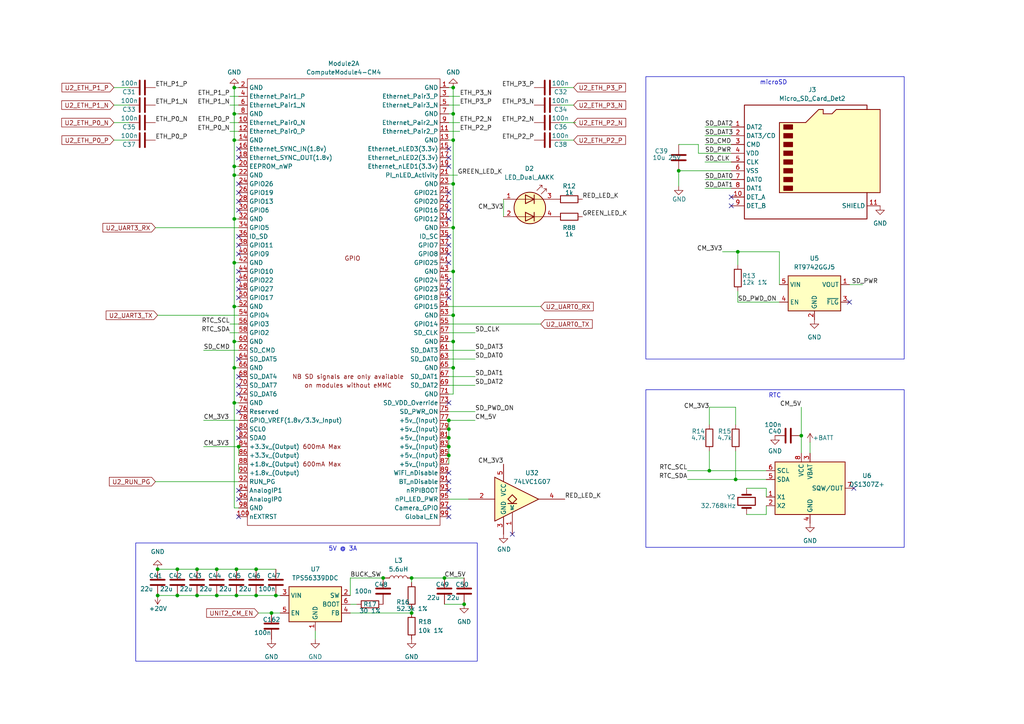
<source format=kicad_sch>
(kicad_sch (version 20231120) (generator "eeschema") (generator_version "8.0")
  (paper "A4")
  (junction (at 51.435 172.72))
  (junction (at 62.865 172.72))
  (junction (at 130.175 129.54))
  (junction (at 67.945 106.68))
  (junction (at 80.01 172.72))
  (junction (at 131.445 25.4))
  (junction (at 205.74 136.525))
  (junction (at 57.15 165.1))
  (junction (at 232.41 126.365))
  (junction (at 67.945 40.64))
  (junction (at 67.945 76.2))
  (junction (at 213.995 73.025))
  (junction (at 74.295 165.1))
  (junction (at 213.36 139.065))
  (junction (at 131.445 40.64))
  (junction (at 69.215 129.54))
  (junction (at 67.945 48.26))
  (junction (at 130.175 121.92))
  (junction (at 131.445 33.02))
  (junction (at 67.945 63.5))
  (junction (at 196.85 49.53))
  (junction (at 67.945 88.9))
  (junction (at 130.175 132.08))
  (junction (at 134.62 175.26))
  (junction (at 130.175 127))
  (junction (at 74.295 172.72))
  (junction (at 131.445 53.34))
  (junction (at 131.445 78.74))
  (junction (at 68.58 172.72))
  (junction (at 111.125 167.64))
  (junction (at 78.74 177.8))
  (junction (at 128.905 167.64))
  (junction (at 119.38 177.8))
  (junction (at 68.58 165.1))
  (junction (at 131.445 99.06))
  (junction (at 67.945 33.02))
  (junction (at 45.72 172.72))
  (junction (at 131.445 91.44))
  (junction (at 131.445 66.04))
  (junction (at 130.175 124.46))
  (junction (at 67.945 50.8))
  (junction (at 62.865 165.1))
  (junction (at 67.945 25.4))
  (junction (at 131.445 106.68))
  (junction (at 51.435 165.1))
  (junction (at 67.945 116.84))
  (junction (at 67.945 99.06))
  (junction (at 119.38 167.64))
  (junction (at 57.15 172.72))
  (junction (at 45.72 165.1))
  (no_connect (at 69.215 55.88))
  (no_connect (at 130.175 116.84))
  (no_connect (at 130.175 137.16))
  (no_connect (at 69.215 149.86))
  (no_connect (at 246.38 87.63))
  (no_connect (at 69.215 109.22))
  (no_connect (at 69.215 43.18))
  (no_connect (at 130.175 60.96))
  (no_connect (at 69.215 114.3))
  (no_connect (at 69.215 81.28))
  (no_connect (at 148.59 154.94))
  (no_connect (at 130.175 149.86))
  (no_connect (at 130.175 63.5))
  (no_connect (at 69.215 144.78))
  (no_connect (at 130.175 48.26))
  (no_connect (at 69.215 58.42))
  (no_connect (at 69.215 60.96))
  (no_connect (at 69.215 124.46))
  (no_connect (at 130.175 142.24))
  (no_connect (at 69.215 111.76))
  (no_connect (at 69.215 83.82))
  (no_connect (at 130.175 83.82))
  (no_connect (at 69.215 86.36))
  (no_connect (at 69.215 45.72))
  (no_connect (at 130.175 147.32))
  (no_connect (at 130.175 76.2))
  (no_connect (at 212.09 59.69))
  (no_connect (at 69.215 73.66))
  (no_connect (at 130.175 43.18))
  (no_connect (at 69.215 119.38))
  (no_connect (at 69.215 68.58))
  (no_connect (at 130.175 73.66))
  (no_connect (at 130.175 68.58))
  (no_connect (at 130.175 139.7))
  (no_connect (at 69.215 71.12))
  (no_connect (at 130.175 71.12))
  (no_connect (at 69.215 78.74))
  (no_connect (at 130.175 55.88))
  (no_connect (at 69.215 142.24))
  (no_connect (at 69.215 104.14))
  (no_connect (at 130.175 58.42))
  (no_connect (at 69.215 127))
  (no_connect (at 130.175 45.72))
  (no_connect (at 212.09 57.15))
  (no_connect (at 130.175 81.28))
  (no_connect (at 69.215 53.34))
  (no_connect (at 247.65 141.605))
  (no_connect (at 130.175 86.36))
  (wire (pts (xy 67.945 33.02) (xy 69.215 33.02)))
  (wire (pts (xy 67.945 48.26) (xy 69.215 48.26)))
  (wire (pts (xy 213.36 139.065) (xy 222.25 139.065)))
  (wire (pts (xy 130.175 129.54) (xy 130.175 132.08)))
  (wire (pts (xy 162.56 30.48) (xy 166.37 30.48)))
  (wire (pts (xy 66.675 27.94) (xy 69.215 27.94)))
  (wire (pts (xy 51.435 172.72) (xy 57.15 172.72)))
  (wire (pts (xy 130.175 114.3) (xy 131.445 114.3)))
  (wire (pts (xy 33.02 40.64) (xy 37.465 40.64)))
  (wire (pts (xy 67.945 88.9) (xy 67.945 99.06)))
  (wire (pts (xy 130.175 121.92) (xy 130.175 124.46)))
  (wire (pts (xy 131.445 25.4) (xy 130.175 25.4)))
  (wire (pts (xy 130.175 106.68) (xy 131.445 106.68)))
  (wire (pts (xy 232.41 126.365) (xy 232.41 131.445)))
  (wire (pts (xy 204.47 46.99) (xy 212.09 46.99)))
  (wire (pts (xy 67.945 63.5) (xy 69.215 63.5)))
  (wire (pts (xy 131.445 99.06) (xy 131.445 91.44)))
  (wire (pts (xy 67.945 116.84) (xy 69.215 116.84)))
  (wire (pts (xy 137.795 111.76) (xy 130.175 111.76)))
  (wire (pts (xy 232.41 118.11) (xy 232.41 126.365)))
  (wire (pts (xy 137.795 101.6) (xy 130.175 101.6)))
  (wire (pts (xy 67.945 99.06) (xy 69.215 99.06)))
  (wire (pts (xy 67.945 116.84) (xy 67.945 147.32)))
  (wire (pts (xy 131.445 40.64) (xy 131.445 33.02)))
  (wire (pts (xy 62.865 172.72) (xy 68.58 172.72)))
  (wire (pts (xy 67.945 40.64) (xy 67.945 48.26)))
  (wire (pts (xy 67.945 106.68) (xy 69.215 106.68)))
  (wire (pts (xy 91.44 185.42) (xy 91.44 182.88)))
  (wire (pts (xy 68.58 172.72) (xy 74.295 172.72)))
  (wire (pts (xy 130.175 124.46) (xy 130.175 127)))
  (wire (pts (xy 213.36 118.11) (xy 213.36 123.19)))
  (wire (pts (xy 130.175 88.9) (xy 156.845 88.9)))
  (wire (pts (xy 130.175 127) (xy 130.175 129.54)))
  (wire (pts (xy 62.865 165.1) (xy 68.58 165.1)))
  (wire (pts (xy 137.795 96.52) (xy 130.175 96.52)))
  (wire (pts (xy 202.565 41.91) (xy 202.565 44.45)))
  (wire (pts (xy 45.085 139.7) (xy 69.215 139.7)))
  (wire (pts (xy 66.675 96.52) (xy 69.215 96.52)))
  (wire (pts (xy 74.295 172.72) (xy 80.01 172.72)))
  (wire (pts (xy 130.175 33.02) (xy 131.445 33.02)))
  (wire (pts (xy 130.175 38.1) (xy 133.35 38.1)))
  (wire (pts (xy 66.675 38.1) (xy 69.215 38.1)))
  (wire (pts (xy 130.175 50.8) (xy 132.715 50.8)))
  (wire (pts (xy 213.995 73.025) (xy 213.995 76.835)))
  (wire (pts (xy 45.72 165.1) (xy 51.435 165.1)))
  (wire (pts (xy 209.55 73.025) (xy 213.995 73.025)))
  (wire (pts (xy 202.565 44.45) (xy 212.09 44.45)))
  (wire (pts (xy 68.58 165.1) (xy 74.295 165.1)))
  (wire (pts (xy 234.95 128.27) (xy 234.95 131.445)))
  (wire (pts (xy 119.38 168.91) (xy 119.38 167.64)))
  (wire (pts (xy 130.175 93.98) (xy 156.845 93.98)))
  (wire (pts (xy 162.56 25.4) (xy 166.37 25.4)))
  (wire (pts (xy 101.6 167.64) (xy 111.125 167.64)))
  (wire (pts (xy 130.175 66.04) (xy 131.445 66.04)))
  (wire (pts (xy 33.02 25.4) (xy 37.465 25.4)))
  (wire (pts (xy 130.175 35.56) (xy 133.35 35.56)))
  (wire (pts (xy 78.74 177.8) (xy 81.28 177.8)))
  (wire (pts (xy 162.56 40.64) (xy 166.37 40.64)))
  (wire (pts (xy 59.055 121.92) (xy 69.215 121.92)))
  (wire (pts (xy 196.85 41.91) (xy 202.565 41.91)))
  (wire (pts (xy 33.02 30.48) (xy 37.465 30.48)))
  (wire (pts (xy 131.445 114.3) (xy 131.445 106.68)))
  (wire (pts (xy 128.905 175.26) (xy 134.62 175.26)))
  (wire (pts (xy 199.39 136.525) (xy 205.74 136.525)))
  (wire (pts (xy 67.945 99.06) (xy 67.945 106.68)))
  (wire (pts (xy 205.74 130.81) (xy 205.74 136.525)))
  (wire (pts (xy 111.125 167.64) (xy 111.76 167.64)))
  (wire (pts (xy 69.215 25.4) (xy 67.945 25.4)))
  (wire (pts (xy 101.6 167.64) (xy 101.6 172.72)))
  (wire (pts (xy 213.995 73.025) (xy 226.06 73.025)))
  (wire (pts (xy 67.945 106.68) (xy 67.945 116.84)))
  (wire (pts (xy 131.445 106.68) (xy 131.445 99.06)))
  (wire (pts (xy 67.945 48.26) (xy 67.945 50.8)))
  (wire (pts (xy 45.085 66.04) (xy 69.215 66.04)))
  (wire (pts (xy 131.445 53.34) (xy 131.445 40.64)))
  (wire (pts (xy 204.47 54.61) (xy 212.09 54.61)))
  (wire (pts (xy 137.795 109.22) (xy 130.175 109.22)))
  (wire (pts (xy 130.175 78.74) (xy 131.445 78.74)))
  (wire (pts (xy 119.38 167.64) (xy 128.905 167.64)))
  (wire (pts (xy 130.175 27.94) (xy 133.35 27.94)))
  (wire (pts (xy 67.945 50.8) (xy 67.945 63.5)))
  (wire (pts (xy 67.945 76.2) (xy 69.215 76.2)))
  (wire (pts (xy 130.175 132.08) (xy 130.175 134.62)))
  (wire (pts (xy 67.945 25.4) (xy 67.945 33.02)))
  (wire (pts (xy 57.15 172.72) (xy 62.865 172.72)))
  (wire (pts (xy 67.945 63.5) (xy 67.945 76.2)))
  (wire (pts (xy 131.445 91.44) (xy 131.445 78.74)))
  (wire (pts (xy 69.215 88.9) (xy 67.945 88.9)))
  (wire (pts (xy 226.06 73.025) (xy 226.06 82.55)))
  (wire (pts (xy 146.05 57.785) (xy 146.05 62.865)))
  (wire (pts (xy 204.47 36.83) (xy 212.09 36.83)))
  (wire (pts (xy 67.945 33.02) (xy 67.945 40.64)))
  (wire (pts (xy 204.47 52.07) (xy 212.09 52.07)))
  (wire (pts (xy 137.795 104.14) (xy 130.175 104.14)))
  (wire (pts (xy 80.01 172.72) (xy 81.28 172.72)))
  (wire (pts (xy 119.38 177.8) (xy 119.38 176.53)))
  (wire (pts (xy 103.505 175.26) (xy 101.6 175.26)))
  (wire (pts (xy 45.72 91.44) (xy 69.215 91.44)))
  (wire (pts (xy 213.36 130.81) (xy 213.36 139.065)))
  (wire (pts (xy 205.74 118.11) (xy 213.36 118.11)))
  (wire (pts (xy 130.175 40.64) (xy 131.445 40.64)))
  (wire (pts (xy 130.175 30.48) (xy 133.35 30.48)))
  (wire (pts (xy 196.85 49.53) (xy 212.09 49.53)))
  (wire (pts (xy 204.47 41.91) (xy 212.09 41.91)))
  (wire (pts (xy 222.25 149.225) (xy 216.535 149.225)))
  (wire (pts (xy 205.74 136.525) (xy 222.25 136.525)))
  (wire (pts (xy 69.215 40.64) (xy 67.945 40.64)))
  (wire (pts (xy 130.175 121.92) (xy 137.795 121.92)))
  (wire (pts (xy 196.85 53.975) (xy 196.85 49.53)))
  (wire (pts (xy 204.47 39.37) (xy 212.09 39.37)))
  (wire (pts (xy 45.72 172.72) (xy 51.435 172.72)))
  (wire (pts (xy 213.995 84.455) (xy 213.995 87.63)))
  (wire (pts (xy 131.445 66.04) (xy 131.445 53.34)))
  (wire (pts (xy 216.535 141.605) (xy 222.25 141.605)))
  (wire (pts (xy 130.175 144.78) (xy 135.89 144.78)))
  (wire (pts (xy 101.6 177.8) (xy 119.38 177.8)))
  (wire (pts (xy 130.175 53.34) (xy 131.445 53.34)))
  (wire (pts (xy 67.945 76.2) (xy 67.945 88.9)))
  (wire (pts (xy 51.435 165.1) (xy 57.15 165.1)))
  (wire (pts (xy 69.215 134.62) (xy 69.215 137.16)))
  (wire (pts (xy 130.175 99.06) (xy 131.445 99.06)))
  (wire (pts (xy 74.295 165.1) (xy 80.01 165.1)))
  (wire (pts (xy 213.995 87.63) (xy 226.06 87.63)))
  (wire (pts (xy 59.055 101.6) (xy 69.215 101.6)))
  (wire (pts (xy 199.39 139.065) (xy 213.36 139.065)))
  (wire (pts (xy 128.905 167.64) (xy 134.62 167.64)))
  (wire (pts (xy 137.795 119.38) (xy 130.175 119.38)))
  (wire (pts (xy 33.02 35.56) (xy 37.465 35.56)))
  (wire (pts (xy 74.93 177.8) (xy 78.74 177.8)))
  (wire (pts (xy 59.055 129.54) (xy 69.215 129.54)))
  (wire (pts (xy 69.215 129.54) (xy 69.215 132.08)))
  (wire (pts (xy 67.945 147.32) (xy 69.215 147.32)))
  (wire (pts (xy 66.675 30.48) (xy 69.215 30.48)))
  (wire (pts (xy 66.675 93.98) (xy 69.215 93.98)))
  (wire (pts (xy 205.74 123.19) (xy 205.74 118.11)))
  (wire (pts (xy 57.15 165.1) (xy 62.865 165.1)))
  (wire (pts (xy 66.675 35.56) (xy 69.215 35.56)))
  (wire (pts (xy 130.175 91.44) (xy 131.445 91.44)))
  (wire (pts (xy 162.56 35.56) (xy 167.005 35.56)))
  (wire (pts (xy 222.25 141.605) (xy 222.25 144.145)))
  (wire (pts (xy 131.445 33.02) (xy 131.445 25.4)))
  (wire (pts (xy 131.445 78.74) (xy 131.445 66.04)))
  (wire (pts (xy 246.38 82.55) (xy 250.19 82.55)))
  (wire (pts (xy 67.945 50.8) (xy 69.215 50.8)))
  (wire (pts (xy 222.25 146.685) (xy 222.25 149.225)))
  (rectangle (start 39.37 157.48) (end 138.43 191.77))
  (rectangle (start 187.325 22.225) (end 262.255 104.14))
  (rectangle (start 187.325 113.03) (end 262.255 158.75))
  (text "microSD" (at 220.345 24.765 0) (effects (font (size 1.27 1.27)) (justify left bottom)))
  (text "5V @ 3A " (at 95.25 160.02 0) (effects (font (size 1.27 1.27)) (justify left bottom)))
  (text "RTC" (at 222.885 115.57 0) (effects (font (size 1.27 1.27)) (justify left bottom)))
  (label "ETH_P3_N" (at 154.94 30.48 180))
  (label "CM_5V" (at 137.795 121.92 0))
  (label "SD_CLK" (at 137.795 96.52 0))
  (label "SD_PWD_ON" (at 137.795 119.38 0))
  (label "SD_CMD" (at 204.47 41.91 0))
  (label "ETH_P0_N" (at 66.675 38.1 180))
  (label "ETH_P2_N" (at 154.94 35.56 180))
  (label "ETH_P0_P" (at 66.675 35.56 180))
  (label "CM_3V3" (at 205.74 118.745 180))
  (label "BUCK_SW" (at 101.6 167.64 0))
  (label "ETH_P3_P" (at 154.94 25.4 180))
  (label "ETH_P0_N" (at 45.085 35.56 0))
  (label "CM_3V3" (at 59.055 121.92 0))
  (label "ETH_P2_N" (at 133.35 35.56 0))
  (label "SD_PWR" (at 204.47 44.45 0))
  (label "RED_LED_K" (at 168.91 57.785 0))
  (label "RTC_SDA" (at 199.39 139.065 180))
  (label "RTC_SCL" (at 66.675 93.98 180))
  (label "ETH_P2_P" (at 154.94 40.64 180))
  (label "ETH_P1_P" (at 45.085 25.4 0))
  (label "SD_DAT1" (at 137.795 109.22 0))
  (label "ETH_P3_N" (at 133.35 27.94 0))
  (label "CM_5V" (at 232.41 118.11 180))
  (label "SD_PWR" (at 247.015 82.55 0))
  (label "SD_DAT2" (at 137.795 111.76 0))
  (label "SD_DAT3" (at 204.47 39.37 0))
  (label "SD_CMD" (at 59.055 101.6 0))
  (label "SD_DAT1" (at 204.47 54.61 0))
  (label "GREEN_LED_K" (at 132.715 50.8 0))
  (label "SD_PWD_ON" (at 213.995 87.63 0))
  (label "ETH_P2_P" (at 133.35 38.1 0))
  (label "SD_CLK" (at 204.47 46.99 0))
  (label "CM_5V" (at 128.905 167.64 0))
  (label "RTC_SCL" (at 199.39 136.525 180))
  (label "RED_LED_K" (at 163.83 144.78 0))
  (label "ETH_P1_N" (at 66.675 30.48 180))
  (label "SD_DAT3" (at 137.795 101.6 0))
  (label "CM_3V3" (at 146.05 60.96 180))
  (label "GREEN_LED_K" (at 168.91 62.865 0))
  (label "SD_DAT0" (at 137.795 104.14 0))
  (label "ETH_P3_P" (at 133.35 30.48 0))
  (label "CM_3V3" (at 146.05 134.62 180))
  (label "CM_3V3" (at 59.055 129.54 0))
  (label "SD_DAT2" (at 204.47 36.83 0))
  (label "CM_3V3" (at 209.55 73.025 180))
  (label "ETH_P0_P" (at 45.085 40.64 0))
  (label "ETH_P1_P" (at 66.675 27.94 180))
  (label "SD_DAT0" (at 204.47 52.07 0))
  (label "ETH_P1_N" (at 45.085 30.48 0))
  (label "RTC_SDA" (at 66.675 96.52 180))
  (global_label "U2_ETH_P1_P" (shape input) (at 33.02 25.4 180) (property "Intersheetrefs" "${INTERSHEET_REFS}" (effects (hide yes))))
  (global_label "U2_ETH_P2_N" (shape input) (at 166.37 35.56 0) (property "Intersheetrefs" "${INTERSHEET_REFS}" (effects (hide yes))))
  (global_label "U2_ETH_P1_N" (shape input) (at 33.02 30.48 180) (property "Intersheetrefs" "${INTERSHEET_REFS}" (effects (hide yes))))
  (global_label "U2_ETH_P0_N" (shape input) (at 33.02 35.56 180) (property "Intersheetrefs" "${INTERSHEET_REFS}" (effects (hide yes))))
  (global_label "U2_UART3_TX" (shape input) (at 45.72 91.44 180) (property "Intersheetrefs" "${INTERSHEET_REFS}" (effects (hide yes))))
  (global_label "U2_UART0_TX" (shape input) (at 156.845 93.98 0) (property "Intersheetrefs" "${INTERSHEET_REFS}" (effects (hide yes))))
  (global_label "UNIT2_CM_EN" (shape input) (at 74.93 177.8 180) (property "Intersheetrefs" "${INTERSHEET_REFS}" (effects (hide yes))))
  (global_label "U2_UART0_RX" (shape input) (at 156.845 88.9 0) (property "Intersheetrefs" "${INTERSHEET_REFS}" (effects (hide yes))))
  (global_label "U2_ETH_P0_P" (shape input) (at 33.02 40.64 180) (property "Intersheetrefs" "${INTERSHEET_REFS}" (effects (hide yes))))
  (global_label "U2_ETH_P3_P" (shape input) (at 166.37 25.4 0) (property "Intersheetrefs" "${INTERSHEET_REFS}" (effects (hide yes))))
  (global_label "U2_ETH_P2_P" (shape input) (at 166.37 40.64 0) (property "Intersheetrefs" "${INTERSHEET_REFS}" (effects (hide yes))))
  (global_label "U2_RUN_PG" (shape input) (at 45.085 139.7 180) (property "Intersheetrefs" "${INTERSHEET_REFS}" (effects (hide yes))))
  (global_label "U2_UART3_RX" (shape input) (at 45.085 66.04 180) (property "Intersheetrefs" "${INTERSHEET_REFS}" (effects (hide yes))))
  (global_label "U2_ETH_P3_N" (shape input) (at 166.37 30.48 0) (property "Intersheetrefs" "${INTERSHEET_REFS}" (effects (hide yes))))
  (symbol (lib_id "Device:R") (at 213.995 80.645 0) (unit 1)
    (property "Reference" "R13" (at 215.265 80.01 0) (effects (justify left)))
    (property "Value" "12k 1%" (at 215.265 81.915 0) (effects (justify left)))
    (property "Footprint" "Resistor_SMD:R_0402_1005Metric" (effects (hide yes)))
    (property "Manufacturer" "Uniroyal" (effects (hide yes)))
    (property "MPN" "0402WGF1202TCE" (effects (hide yes)))
    (property "LCSC" "C25752" (effects (hide yes)))
  )
  (symbol (lib_id "Device:C") (at 134.62 171.45 0) (unit 1)
    (property "Reference" "C50" (at 132.08 169.545 0) (effects (justify left)))
    (property "Value" "22u" (at 129.54 173.355 0) (effects (justify left)))
    (property "Footprint" "Capacitor_SMD:C_0805_2012Metric" (effects (hide yes)))
    (property "Manufacturer" "Samsung" (effects (hide yes)))
    (property "MPN" "CL21A226MAQNNNE" (effects (hide yes)))
    (property "LCSC" "C45783" (effects (hide yes)))
  )
  (symbol (lib_id "Device:C") (at 41.275 35.56 90) (unit 1)
    (property "Reference" "C35" (at 39.37 36.83 90) (effects (justify left)))
    (property "Value" "100n" (at 40.005 34.29 90) (effects (justify left)))
    (property "Footprint" "Capacitor_SMD:C_0402_1005Metric" (effects (hide yes)))
    (property "Manufacturer" "Samsung" (effects (hide yes)))
    (property "MPN" "CL05B104KB54PNC" (effects (hide yes)))
    (property "LCSC" "C307331" (effects (hide yes)))
  )
  (symbol (lib_id "Device:C") (at 158.75 40.64 270) (mirror x) (unit 1)
    (property "Reference" "C38" (at 160.655 41.91 90) (effects (justify left)))
    (property "Value" "100n" (at 160.02 39.37 90) (effects (justify left)))
    (property "Footprint" "Capacitor_SMD:C_0402_1005Metric" (effects (hide yes)))
    (property "Manufacturer" "Samsung" (effects (hide yes)))
    (property "MPN" "CL05B104KB54PNC" (effects (hide yes)))
    (property "LCSC" "C307331" (effects (hide yes)))
  )
  (symbol (lib_id "Device:C") (at 158.75 25.4 270) (mirror x) (unit 1)
    (property "Reference" "C32" (at 160.655 26.67 90) (effects (justify left)))
    (property "Value" "100n" (at 160.02 24.13 90) (effects (justify left)))
    (property "Footprint" "Capacitor_SMD:C_0402_1005Metric" (effects (hide yes)))
    (property "Manufacturer" "Samsung" (effects (hide yes)))
    (property "MPN" "CL05B104KB54PNC" (effects (hide yes)))
    (property "LCSC" "C307331" (effects (hide yes)))
  )
  (symbol (lib_id "Connector:Micro_SD_Card_Det2") (at 234.95 46.99 0) (unit 1)
    (property "Reference" "J3" (at 235.585 26.035 0))
    (property "Value" "Micro_SD_Card_Det2" (at 235.585 28.575 0))
    (property "Footprint" "Magi:TF-SMD_503398-1892" (effects (hide yes)))
    (property "Datasheet" "https://www.hirose.com/en/product/document?clcode=&productname=&series=DM3&documenttype=Catalog&lang=en&documentid=D49662_en" (effects (hide yes)))
    (property "Manufacturer" "XUNPU" (effects (hide yes)))
    (property "MPN" "TF-108-ARP10" (effects (hide yes)))
    (property "LCSC" "C5174683" (effects (hide yes)))
  )
  (symbol (lib_id "Device:R") (at 165.1 57.785 270) (unit 1)
    (property "Reference" "R12" (at 165.1 53.975 90))
    (property "Value" "1k" (at 165.1 55.88 90))
    (property "Footprint" "Resistor_SMD:R_0402_1005Metric" (effects (hide yes)))
    (property "Manufacturer" "Uniroyal" (effects (hide yes)))
    (property "MPN" "0402WGF1001TCE" (effects (hide yes)))
    (property "LCSC" "C11702" (effects (hide yes)))
  )
  (symbol (lib_id "Magi:ComputeModule4-CM4") (at 102.235 81.28 0) (unit 1)
    (property "Reference" "Module2" (at 99.695 18.415 0))
    (property "Value" "ComputeModule4-CM4" (at 99.695 20.955 0))
    (property "Footprint" "Magi:Raspberry-Pi-4-Compute-Module" (effects (hide yes)))
    (property "Field4" "Hirose" (effects (hide yes)))
    (property "Field5" "2x DF40C-100DS-0.4V" (effects (hide yes)))
  )
  (symbol (lib_id "power:GND") (at 67.945 25.4 180) (unit 1)
    (property "Reference" "#PWR022" (effects (hide yes)))
    (property "Value" "GND" (at 67.945 20.955 0))
  )
  (symbol (lib_id "Device:C") (at 41.275 25.4 90) (unit 1)
    (property "Reference" "C31" (at 39.37 26.67 90) (effects (justify left)))
    (property "Value" "100n" (at 40.005 24.13 90) (effects (justify left)))
    (property "Footprint" "Capacitor_SMD:C_0402_1005Metric" (effects (hide yes)))
    (property "Manufacturer" "Samsung" (effects (hide yes)))
    (property "MPN" "CL05B104KB54PNC" (effects (hide yes)))
    (property "LCSC" "C307331" (effects (hide yes)))
  )
  (symbol (lib_id "Device:R") (at 205.74 127 180) (unit 1)
    (property "Reference" "R14" (at 202.565 125.095 0))
    (property "Value" "4.7k" (at 202.565 127 0))
    (property "Footprint" "Resistor_SMD:R_0402_1005Metric" (effects (hide yes)))
    (property "Manufacturer" "Uniroyal" (effects (hide yes)))
    (property "MPN" "0402WGF4701TCE" (effects (hide yes)))
    (property "LCSC" "C25900" (effects (hide yes)))
  )
  (symbol (lib_id "Device:C") (at 128.905 171.45 0) (unit 1)
    (property "Reference" "C49" (at 126.365 169.545 0) (effects (justify left)))
    (property "Value" "22u" (at 123.825 173.355 0) (effects (justify left)))
    (property "Footprint" "Capacitor_SMD:C_0805_2012Metric" (effects (hide yes)))
    (property "Manufacturer" "Samsung" (effects (hide yes)))
    (property "MPN" "CL21A226MAQNNNE" (effects (hide yes)))
    (property "LCSC" "C45783" (effects (hide yes)))
  )
  (symbol (lib_id "Device:C") (at 78.74 181.61 0) (unit 1)
    (property "Reference" "C162" (at 76.2 179.705 0) (effects (justify left)))
    (property "Value" "100n" (at 73.66 183.515 0) (effects (justify left)))
    (property "Footprint" "Capacitor_SMD:C_0402_1005Metric" (effects (hide yes)))
    (property "Manufacturer" "Samsung" (effects (hide yes)))
    (property "MPN" "CL05B104KB54PNC" (effects (hide yes)))
    (property "LCSC" "C307331" (effects (hide yes)))
  )
  (symbol (lib_id "power:GND") (at 196.85 53.975 0) (unit 1)
    (property "Reference" "#PWR024" (effects (hide yes)))
    (property "Value" "GND" (at 194.945 57.785 0) (effects (justify left)))
  )
  (symbol (lib_id "Device:C") (at 111.125 171.45 0) (unit 1)
    (property "Reference" "C48" (at 108.585 169.545 0) (effects (justify left)))
    (property "Value" "100n" (at 102.87 171.45 0) (effects (justify left)))
    (property "Footprint" "Capacitor_SMD:C_0402_1005Metric" (effects (hide yes)))
    (property "Manufacturer" "Samsung" (effects (hide yes)))
    (property "MPN" "CL05B104KB54PNC" (effects (hide yes)))
    (property "LCSC" "C307331" (effects (hide yes)))
  )
  (symbol (lib_id "power:GND") (at 91.44 185.42 0) (unit 1)
    (property "Reference" "#PWR033" (effects (hide yes)))
    (property "Value" "GND" (at 91.44 190.5 0))
  )
  (symbol (lib_id "power:GND") (at 255.27 59.69 0) (unit 1)
    (property "Reference" "#PWR025" (effects (hide yes)))
    (property "Value" "GND" (at 255.27 64.77 0))
  )
  (symbol (lib_id "Device:Crystal") (at 216.535 145.415 90) (unit 1)
    (property "Reference" "Y2" (at 210.82 144.145 90) (effects (justify right)))
    (property "Value" "32.768kHz" (at 203.2 146.685 90) (effects (justify right)))
    (property "Footprint" "Crystal:Crystal_SMD_3215-2Pin_3.2x1.5mm" (effects (hide yes)))
    (property "Manufacturer" "Seiko Epson" (effects (hide yes)))
    (property "MPN" "Q13FC13500004" (effects (hide yes)))
    (property "LCSC" "C32346" (effects (hide yes)))
  )
  (symbol (lib_id "Device:R") (at 119.38 172.72 0) (unit 1)
    (property "Reference" "R16" (at 114.935 174.625 0) (effects (justify left)))
    (property "Value" "52.3k 1%" (at 114.935 176.53 0) (effects (justify left)))
    (property "Footprint" "Resistor_SMD:R_0402_1005Metric" (effects (hide yes)))
    (property "Manufacturer" "PANASONIC" (effects (hide yes)))
    (property "MPN" "ERJ2RKF5232X" (effects (hide yes)))
    (property "LCSC" "C416557" (effects (hide yes)))
  )
  (symbol (lib_id "power:GND") (at 134.62 175.26 0) (unit 1)
    (property "Reference" "#PWR032" (effects (hide yes)))
    (property "Value" "GND" (at 134.62 180.34 0))
  )
  (symbol (lib_id "power:GND") (at 224.79 126.365 0) (unit 1)
    (property "Reference" "#PWR027" (effects (hide yes)))
    (property "Value" "GND" (at 224.79 130.81 0))
  )
  (symbol (lib_id "power:GND") (at 236.22 92.71 0) (unit 1)
    (property "Reference" "#PWR026" (effects (hide yes)))
    (property "Value" "GND" (at 236.22 97.79 0))
  )
  (symbol (lib_id "Device:L") (at 115.57 167.64 90) (unit 1)
    (property "Reference" "L3" (at 115.57 162.56 90))
    (property "Value" "5.6uH" (at 115.57 165.1 90))
    (property "Footprint" "Inductor_SMD:L_Sunlord_MWSA0603S" (effects (hide yes)))
    (property "Manufacturer" "Sunlord" (effects (hide yes)))
    (property "MPN" "MWSA0603S-5R6MT" (effects (hide yes)))
    (property "LCSC" "C408448" (effects (hide yes)))
  )
  (symbol (lib_id "Device:C") (at 41.275 30.48 90) (unit 1)
    (property "Reference" "C33" (at 39.37 31.75 90) (effects (justify left)))
    (property "Value" "100n" (at 40.005 29.21 90) (effects (justify left)))
    (property "Footprint" "Capacitor_SMD:C_0402_1005Metric" (effects (hide yes)))
    (property "Manufacturer" "Samsung" (effects (hide yes)))
    (property "MPN" "CL05B104KB54PNC" (effects (hide yes)))
    (property "LCSC" "C307331" (effects (hide yes)))
  )
  (symbol (lib_id "power:GND") (at 131.445 25.4 180) (unit 1)
    (property "Reference" "#PWR023" (effects (hide yes)))
    (property "Value" "GND" (at 131.445 20.955 0))
  )
  (symbol (lib_id "Device:C") (at 62.865 168.91 0) (unit 1)
    (property "Reference" "C44" (at 60.325 167.005 0) (effects (justify left)))
    (property "Value" "22u" (at 57.785 170.815 0) (effects (justify left)))
    (property "Footprint" "Capacitor_SMD:C_0805_2012Metric" (effects (hide yes)))
    (property "Manufacturer" "Samsung" (effects (hide yes)))
    (property "MPN" "CL21A226MAQNNNE" (effects (hide yes)))
    (property "LCSC" "C45783" (effects (hide yes)))
  )
  (symbol (lib_id "Device:R") (at 119.38 181.61 0) (unit 1)
    (property "Reference" "R18" (at 121.285 180.34 0) (effects (justify left)))
    (property "Value" "10k 1%" (at 121.285 182.88 0) (effects (justify left)))
    (property "Footprint" "Resistor_SMD:R_0402_1005Metric" (effects (hide yes)))
    (property "Manufacturer" "Uniroyal" (effects (hide yes)))
    (property "MPN" "0402WGF1002TCE" (effects (hide yes)))
    (property "LCSC" "C25744" (effects (hide yes)))
  )
  (symbol (lib_id "Device:C") (at 80.01 168.91 0) (unit 1)
    (property "Reference" "C47" (at 77.47 167.005 0) (effects (justify left)))
    (property "Value" "100n" (at 74.93 170.815 0) (effects (justify left)))
    (property "Footprint" "Capacitor_SMD:C_0402_1005Metric" (effects (hide yes)))
    (property "Manufacturer" "Samsung" (effects (hide yes)))
    (property "MPN" "CL05B104KB54PNC" (effects (hide yes)))
    (property "LCSC" "C307331" (effects (hide yes)))
  )
  (symbol (lib_id "Device:C") (at 196.85 45.72 0) (unit 1)
    (property "Reference" "C39" (at 189.865 43.815 0) (effects (justify left)))
    (property "Value" "10u 25V" (at 189.23 45.72 0) (effects (justify left)))
    (property "Footprint" "Capacitor_SMD:C_0603_1608Metric" (effects (hide yes)))
    (property "Manufacturer" "Samsung" (effects (hide yes)))
    (property "MPN" "CL10A106MA8NRNC" (effects (hide yes)))
    (property "LCSC" "C96446" (effects (hide yes)))
  )
  (symbol (lib_id "Device:R") (at 165.1 62.865 270) (unit 1)
    (property "Reference" "R88" (at 165.1 66.04 90))
    (property "Value" "1k" (at 165.1 67.945 90))
    (property "Footprint" "Resistor_SMD:R_0402_1005Metric" (effects (hide yes)))
    (property "Manufacturer" "Uniroyal" (effects (hide yes)))
    (property "MPN" "0402WGF1001TCE" (effects (hide yes)))
    (property "LCSC" "C11702" (effects (hide yes)))
  )
  (symbol (lib_id "Regulator_Switching:TPS56339DDC") (at 91.44 175.26 0) (unit 1)
    (property "Reference" "U7" (at 91.44 165.1 0))
    (property "Value" "TPS56339DDC" (at 91.44 167.64 0))
    (property "Footprint" "Package_TO_SOT_SMD:SOT-23-6" (effects (hide yes)))
    (property "Datasheet" "https://www.ti.com/lit/ds/symlink/tps56339.pdf" (effects (hide yes)))
    (property "Manufacturer" "Texas Instruments" (effects (hide yes)))
    (property "MPN" "TPS56339DDCR" (effects (hide yes)))
    (property "LCSC" "C2071106" (effects (hide yes)))
  )
  (symbol (lib_id "Device:C") (at 68.58 168.91 0) (unit 1)
    (property "Reference" "C45" (at 66.04 167.005 0) (effects (justify left)))
    (property "Value" "22u" (at 63.5 170.815 0) (effects (justify left)))
    (property "Footprint" "Capacitor_SMD:C_0805_2012Metric" (effects (hide yes)))
    (property "Manufacturer" "Samsung" (effects (hide yes)))
    (property "MPN" "CL21A226MAQNNNE" (effects (hide yes)))
    (property "LCSC" "C45783" (effects (hide yes)))
  )
  (symbol (lib_id "power:+BATT") (at 234.95 128.27 0) (unit 1)
    (property "Reference" "#PWR028" (effects (hide yes)))
    (property "Value" "+BATT" (at 238.76 127 0))
  )
  (symbol (lib_id "Device:C") (at 41.275 40.64 90) (unit 1)
    (property "Reference" "C37" (at 39.37 41.91 90) (effects (justify left)))
    (property "Value" "100n" (at 40.005 39.37 90) (effects (justify left)))
    (property "Footprint" "Capacitor_SMD:C_0402_1005Metric" (effects (hide yes)))
    (property "Manufacturer" "Samsung" (effects (hide yes)))
    (property "MPN" "CL05B104KB54PNC" (effects (hide yes)))
    (property "LCSC" "C307331" (effects (hide yes)))
  )
  (symbol (lib_id "Device:R") (at 107.315 175.26 90) (unit 1)
    (property "Reference" "R17" (at 107.315 175.26 90))
    (property "Value" "30 1%" (at 107.315 177.165 90))
    (property "Footprint" "Resistor_SMD:R_0402_1005Metric" (effects (hide yes)))
    (property "Manufacturer" "RALEC" (effects (hide yes)))
    (property "MPN" "RTT0230R0FTH" (effects (hide yes)))
    (property "LCSC" "C159039" (effects (hide yes)))
  )
  (symbol (lib_id "power:GND") (at 78.74 185.42 0) (unit 1)
    (property "Reference" "#PWR0137" (effects (hide yes)))
    (property "Value" "GND" (at 78.74 190.5 0))
  )
  (symbol (lib_id "Device:LED_Dual_AAKK") (at 153.67 60.325 0) (unit 1)
    (property "Reference" "D2" (at 153.543 48.895 0))
    (property "Value" "LED_Dual_AAKK" (at 153.543 51.435 0))
    (property "Footprint" "Magi:LED-ARRAY-SMD_4P-L3.0-W1.5-L-FD" (effects (hide yes)))
    (property "LCSC" "C473813" (effects (hide yes)))
    (property "MPN" "MHS110URGCT" (effects (hide yes)))
    (property "Manufacturer" "MEIHUA" (effects (hide yes)))
  )
  (symbol (lib_id "power:GND") (at 119.38 185.42 0) (unit 1)
    (property "Reference" "#PWR034" (effects (hide yes)))
    (property "Value" "GND" (at 119.38 190.5 0))
  )
  (symbol (lib_id "Device:C") (at 158.75 30.48 270) (mirror x) (unit 1)
    (property "Reference" "C34" (at 160.655 31.75 90) (effects (justify left)))
    (property "Value" "100n" (at 160.02 29.21 90) (effects (justify left)))
    (property "Footprint" "Capacitor_SMD:C_0402_1005Metric" (effects (hide yes)))
    (property "Manufacturer" "Samsung" (effects (hide yes)))
    (property "MPN" "CL05B104KB54PNC" (effects (hide yes)))
    (property "LCSC" "C307331" (effects (hide yes)))
  )
  (symbol (lib_id "Device:C") (at 57.15 168.91 0) (unit 1)
    (property "Reference" "C43" (at 54.61 167.005 0) (effects (justify left)))
    (property "Value" "22u" (at 52.07 170.815 0) (effects (justify left)))
    (property "Footprint" "Capacitor_SMD:C_0805_2012Metric" (effects (hide yes)))
    (property "Manufacturer" "Samsung" (effects (hide yes)))
    (property "MPN" "CL21A226MAQNNNE" (effects (hide yes)))
    (property "LCSC" "C45783" (effects (hide yes)))
  )
  (symbol (lib_id "Device:C") (at 45.72 168.91 0) (unit 1)
    (property "Reference" "C41" (at 43.18 167.005 0) (effects (justify left)))
    (property "Value" "22u" (at 40.64 170.815 0) (effects (justify left)))
    (property "Footprint" "Capacitor_SMD:C_0805_2012Metric" (effects (hide yes)))
    (property "Manufacturer" "Samsung" (effects (hide yes)))
    (property "MPN" "CL21A226MAQNNNE" (effects (hide yes)))
    (property "LCSC" "C45783" (effects (hide yes)))
  )
  (symbol (lib_id "power:GND") (at 45.72 165.1 180) (unit 1)
    (property "Reference" "#PWR030" (effects (hide yes)))
    (property "Value" "GND" (at 45.72 160.02 0))
  )
  (symbol (lib_id "74xGxx:74LVC1G07") (at 151.13 144.78 0) (unit 1)
    (property "Reference" "U32" (at 154.305 137.16 0))
    (property "Value" "74LVC1G07" (at 154.305 139.7 0))
    (property "Footprint" "Package_TO_SOT_SMD:SOT-353_SC-70-5" (effects (hide yes)))
    (property "Datasheet" "https://www.ti.com/lit/ds/symlink/sn74lvc1g07.pdf" (effects (hide yes)))
    (property "LCSC" "C7830" (effects (hide yes)))
    (property "MPN" "SN74LVC1G07DCKR" (effects (hide yes)))
    (property "Manufacturer" "Texas Instruments" (effects (hide yes)))
  )
  (symbol (lib_id "Device:C") (at 228.6 126.365 90) (unit 1)
    (property "Reference" "C40" (at 226.695 125.095 90) (effects (justify left)))
    (property "Value" "100n" (at 226.695 123.19 90) (effects (justify left)))
    (property "Footprint" "Capacitor_SMD:C_0402_1005Metric" (effects (hide yes)))
    (property "Manufacturer" "Samsung" (effects (hide yes)))
    (property "MPN" "CL05B104KB54PNC" (effects (hide yes)))
    (property "LCSC" "C307331" (effects (hide yes)))
  )
  (symbol (lib_id "power:GND") (at 234.95 151.765 0) (unit 1)
    (property "Reference" "#PWR029" (effects (hide yes)))
    (property "Value" "GND" (at 234.95 156.845 0))
  )
  (symbol (lib_id "power:GND") (at 146.05 154.94 0) (unit 1)
    (property "Reference" "#PWR0132" (effects (hide yes)))
    (property "Value" "GND" (at 146.177 159.3342 0))
  )
  (symbol (lib_id "Power_Management:RT9742AGJ5F") (at 236.22 85.09 0) (unit 1)
    (property "Reference" "U5" (at 236.22 74.93 0))
    (property "Value" "RT9742GGJ5" (at 236.22 77.47 0))
    (property "Footprint" "Package_TO_SOT_SMD:TSOT-23-5" (effects (hide yes)))
    (property "Datasheet" "https://www.richtek.com/assets/product_file/RT9742/DS9742-10.pdf" (effects (hide yes)))
    (property "Manufacturer" "Richtek" (effects (hide yes)))
    (property "MPN" "RT9742GGJ5" (effects (hide yes)))
    (property "LCSC" "C250547" (effects (hide yes)))
  )
  (symbol (lib_id "Device:R") (at 213.36 127 180) (unit 1)
    (property "Reference" "R15" (at 210.185 125.095 0))
    (property "Value" "4.7k" (at 210.185 127 0))
    (property "Footprint" "Resistor_SMD:R_0402_1005Metric" (effects (hide yes)))
    (property "Manufacturer" "Uniroyal" (effects (hide yes)))
    (property "MPN" "0402WGF4701TCE" (effects (hide yes)))
    (property "LCSC" "C25900" (effects (hide yes)))
  )
  (symbol (lib_id "Timer_RTC:DS1307Z+") (at 234.95 141.605 0) (unit 1)
    (property "Reference" "U6" (at 251.46 137.9571 0))
    (property "Value" "DS1307Z+" (at 251.46 140.4971 0))
    (property "Footprint" "Package_SO:SOIC-8_3.9x4.9mm_P1.27mm" (effects (hide yes)))
    (property "Datasheet" "https://datasheets.maximintegrated.com/en/ds/DS1307.pdf" (effects (hide yes)))
    (property "LCSC" "C5145428" (effects (hide yes)))
    (property "MPN" "DS1307IDRG" (effects (hide yes)))
    (property "Manufacturer" "HANSCHIP" (effects (hide yes)))
  )
  (symbol (lib_id "Magi:+20V") (at 45.72 172.72 180) (unit 1)
    (property "Reference" "#PWR031" (effects (hide yes)))
    (property "Value" "+20V" (at 43.18 176.53 0) (effects (justify right)))
  )
  (symbol (lib_id "Device:C") (at 51.435 168.91 0) (unit 1)
    (property "Reference" "C42" (at 48.895 167.005 0) (effects (justify left)))
    (property "Value" "22u" (at 46.355 170.815 0) (effects (justify left)))
    (property "Footprint" "Capacitor_SMD:C_0805_2012Metric" (effects (hide yes)))
    (property "Manufacturer" "Samsung" (effects (hide yes)))
    (property "MPN" "CL21A226MAQNNNE" (effects (hide yes)))
    (property "LCSC" "C45783" (effects (hide yes)))
  )
  (symbol (lib_id "Device:C") (at 158.75 35.56 270) (mirror x) (unit 1)
    (property "Reference" "C36" (at 160.655 36.83 90) (effects (justify left)))
    (property "Value" "100n" (at 160.02 34.29 90) (effects (justify left)))
    (property "Footprint" "Capacitor_SMD:C_0402_1005Metric" (effects (hide yes)))
    (property "Manufacturer" "Samsung" (effects (hide yes)))
    (property "MPN" "CL05B104KB54PNC" (effects (hide yes)))
    (property "LCSC" "C307331" (effects (hide yes)))
  )
  (symbol (lib_id "Device:C") (at 74.295 168.91 0) (unit 1)
    (property "Reference" "C46" (at 71.755 167.005 0) (effects (justify left)))
    (property "Value" "22u" (at 69.215 170.815 0) (effects (justify left)))
    (property "Footprint" "Capacitor_SMD:C_0805_2012Metric" (effects (hide yes)))
    (property "Manufacturer" "Samsung" (effects (hide yes)))
    (property "MPN" "CL21A226MAQNNNE" (effects (hide yes)))
    (property "LCSC" "C45783" (effects (hide yes)))
  )
)
</source>
